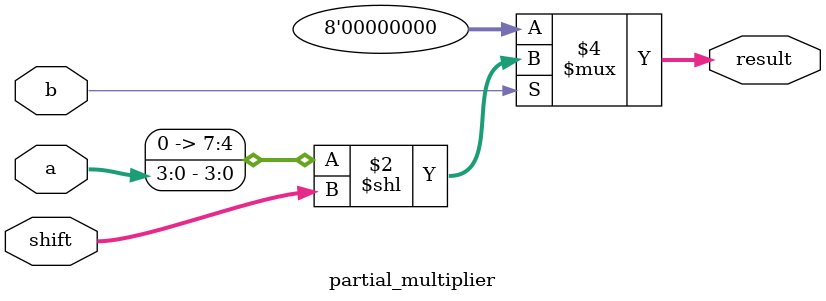
<source format=sv>
module partial_multiplier #(
    parameter WIDTH = 4  // Parametro para definir el ancho de los buses
)(
    input logic [WIDTH-1:0] a,                // Multiplicando parametrizado
    input logic b,                            // Un solo bit del multiplicador
    input logic [$clog2(WIDTH)-1:0] shift,    // Cantidad de bits a desplazar, ajustada
    output logic [(2*WIDTH)-1:0] result       // Resultado parcial parametrizado
);

    always_comb begin
        if (b) begin
            result = {{WIDTH{1'b0}}, a} << shift;  // Si b es 1, desplaza 'a' según sea necesario
        end else begin
            result = '0;                          // Si b es 0, el resultado parcial es 0
        end
    end

endmodule

</source>
